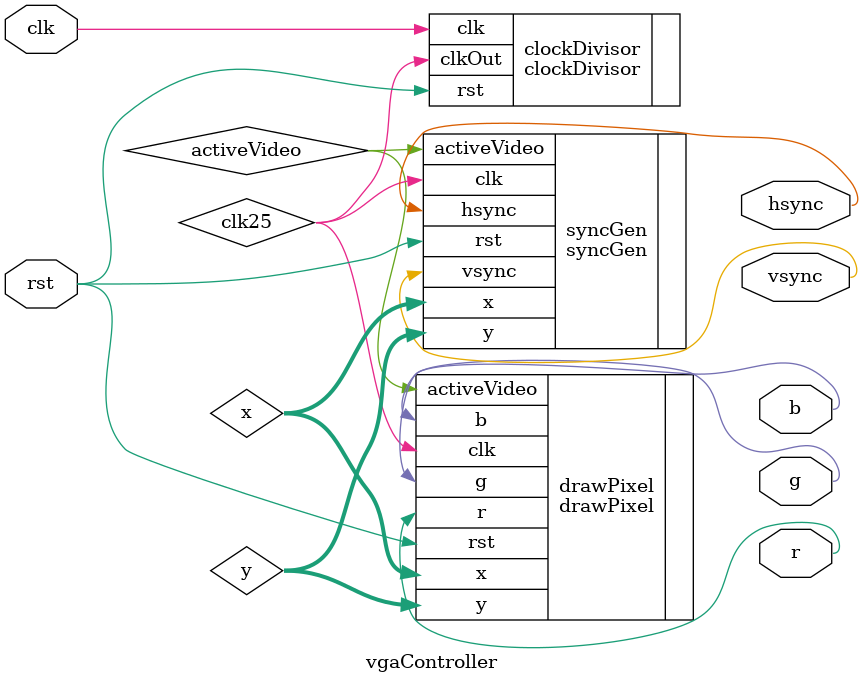
<source format=v>
module vgaController(clk, rst, r, g, b, hsync, vsync);
	input clk;
	input rst;
	output r;
	output g;
	output b;
	output hsync;
	output vsync;

	wire clk25;
	wire [9:0] x;
	wire [9:0] y;
	wire activeVideo;
	
	clockDivisor clockDivisor(
		.clk(clk), 
		.rst(rst), 
		.clkOut(clk25)
	);
	
	syncGen syncGen(
		.clk(clk25), 
		.rst(rst), 
		.hsync(hsync), 
		.vsync(vsync), 
		.x(x), 
		.y(y), 
		.activeVideo(activeVideo)
	);
	
	drawPixel drawPixel(
		.clk(clk25), 
		.rst(rst), 
		.x(x), 
		.y(y), 
		.activeVideo(activeVideo), 
		.r(r), 
		.g(g), 
		.b(b)
	);
	
endmodule
</source>
